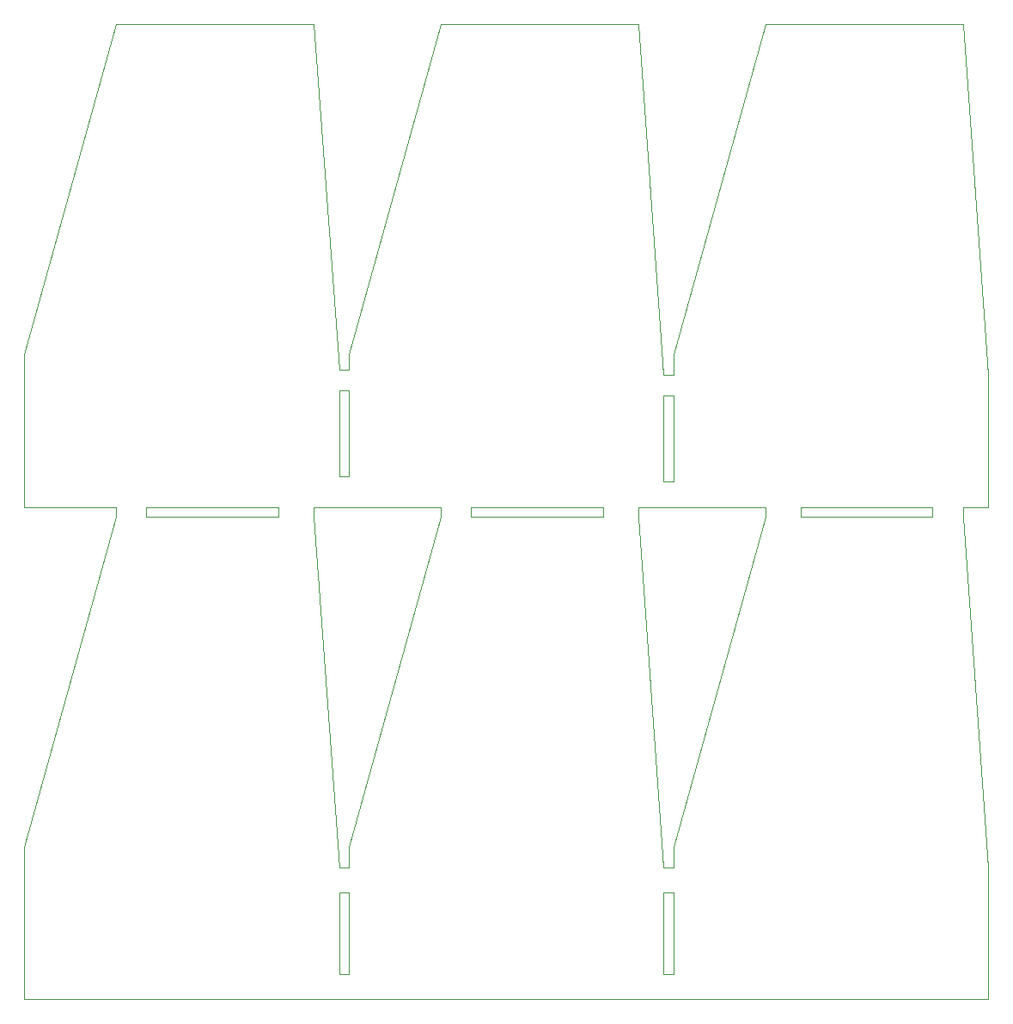
<source format=gbr>
G04 #@! TF.GenerationSoftware,KiCad,Pcbnew,(5.1.9)-1*
G04 #@! TF.CreationDate,2021-03-20T12:11:53+01:00*
G04 #@! TF.ProjectId,IM350,494d3335-302e-46b6-9963-61645f706362,rev?*
G04 #@! TF.SameCoordinates,Original*
G04 #@! TF.FileFunction,Profile,NP*
%FSLAX46Y46*%
G04 Gerber Fmt 4.6, Leading zero omitted, Abs format (unit mm)*
G04 Created by KiCad (PCBNEW (5.1.9)-1) date 2021-03-20 12:11:53*
%MOMM*%
%LPD*%
G01*
G04 APERTURE LIST*
G04 #@! TA.AperFunction,Profile*
%ADD10C,0.050000*%
G04 #@! TD*
G04 APERTURE END LIST*
D10*
X125500000Y-38500000D02*
X145000000Y-38500000D01*
X81000000Y-38500000D02*
X83500000Y-72500000D01*
X116500000Y-124000000D02*
X116500000Y-132000000D01*
X115500000Y-124000000D02*
X115500000Y-132000000D01*
X116500000Y-121500000D02*
X116500000Y-119500000D01*
X84500000Y-119500000D02*
X84500000Y-120000000D01*
X84500000Y-124000000D02*
X84500000Y-132000000D01*
X83500000Y-124000000D02*
X83500000Y-132000000D01*
X84500000Y-120000000D02*
X84500000Y-121500000D01*
X145000000Y-86000000D02*
X147500000Y-86000000D01*
X129000000Y-87000000D02*
X142000000Y-87000000D01*
X129000000Y-86000000D02*
X142000000Y-86000000D01*
X113000000Y-86000000D02*
X125500000Y-86000000D01*
X96500000Y-87000000D02*
X109500000Y-87000000D01*
X96500000Y-86000000D02*
X109500000Y-86000000D01*
X81000000Y-86000000D02*
X93500000Y-86000000D01*
X64500000Y-86000000D02*
X77500000Y-86000000D01*
X52500000Y-86000000D02*
X61500000Y-86000000D01*
X64500000Y-87000000D02*
X77500000Y-87000000D01*
X115500000Y-75000000D02*
X115500000Y-83500000D01*
X116500000Y-75000000D02*
X116500000Y-83500000D01*
X116500000Y-71000000D02*
X116500000Y-73000000D01*
X83500000Y-74500000D02*
X83500000Y-83000000D01*
X84500000Y-74500000D02*
X84500000Y-83000000D01*
X84500000Y-71000000D02*
X84500000Y-72500000D01*
X116500000Y-83500000D02*
X115500000Y-83500000D01*
X116500000Y-75000000D02*
X115500000Y-75000000D01*
X115500000Y-73000000D02*
X116500000Y-73000000D01*
X116500000Y-124000000D02*
X115500000Y-124000000D01*
X115500000Y-121500000D02*
X116500000Y-121500000D01*
X115500000Y-132000000D02*
X116500000Y-132000000D01*
X115500000Y-134500000D02*
X116500000Y-134500000D01*
X84500000Y-124000000D02*
X83500000Y-124000000D01*
X83500000Y-121500000D02*
X84500000Y-121500000D01*
X84500000Y-132000000D02*
X83500000Y-132000000D01*
X83500000Y-134500000D02*
X84500000Y-134500000D01*
X142000000Y-86000000D02*
X142000000Y-87000000D01*
X145000000Y-87000000D02*
X145000000Y-86000000D01*
X129000000Y-86000000D02*
X129000000Y-87000000D01*
X125500000Y-87000000D02*
X125500000Y-86000000D01*
X109500000Y-87000000D02*
X109500000Y-86000000D01*
X113000000Y-87000000D02*
X113000000Y-86000000D01*
X96500000Y-86000000D02*
X96500000Y-87000000D01*
X93500000Y-87000000D02*
X93500000Y-86000000D01*
X77500000Y-86000000D02*
X77500000Y-87000000D01*
X81000000Y-87000000D02*
X81000000Y-86000000D01*
X64500000Y-86000000D02*
X64500000Y-87000000D01*
X61500000Y-87000000D02*
X61500000Y-86000000D01*
X83500000Y-83000000D02*
X84500000Y-83000000D01*
X83500000Y-74500000D02*
X84500000Y-74500000D01*
X83500000Y-72500000D02*
X84500000Y-72500000D01*
X52500000Y-71000000D02*
X52500000Y-86000000D01*
X145000000Y-38500000D02*
X147500000Y-73000000D01*
X116500000Y-134500000D02*
X147500000Y-134500000D01*
X116500000Y-71000000D02*
X125500000Y-38500000D01*
X116500000Y-119500000D02*
X125500000Y-87000000D01*
X147500000Y-121500000D02*
X145000000Y-87000000D01*
X147500000Y-121500000D02*
X147500000Y-134500000D01*
X147500000Y-73000000D02*
X147500000Y-86000000D01*
X113000000Y-38500000D02*
X93500000Y-38500000D01*
X115500000Y-73000000D02*
X113000000Y-38500000D01*
X84500000Y-134500000D02*
X115500000Y-134500000D01*
X84500000Y-71000000D02*
X93500000Y-38500000D01*
X115500000Y-121500000D02*
X113000000Y-87000000D01*
X84500000Y-119500000D02*
X93500000Y-87000000D01*
X52500000Y-119500000D02*
X52500000Y-134500000D01*
X52500000Y-134500000D02*
X83500000Y-134500000D01*
X83500000Y-121500000D02*
X81000000Y-87000000D01*
X52500000Y-119500000D02*
X61500000Y-87000000D01*
X52500000Y-71000000D02*
X61500000Y-38500000D01*
X81000000Y-38500000D02*
X61500000Y-38500000D01*
M02*

</source>
